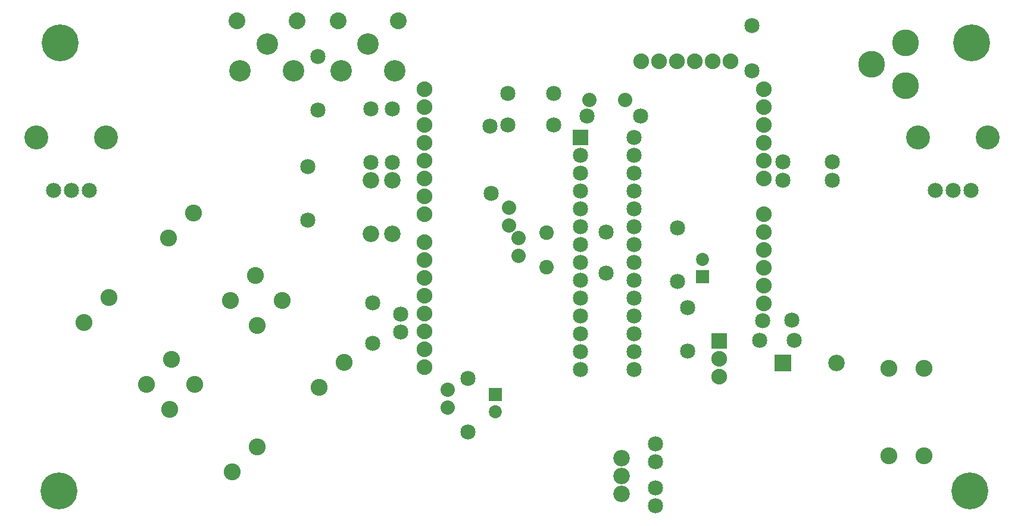
<source format=gts>
G04 MADE WITH FRITZING*
G04 WWW.FRITZING.ORG*
G04 DOUBLE SIDED*
G04 HOLES PLATED*
G04 CONTOUR ON CENTER OF CONTOUR VECTOR*
%ASAXBY*%
%FSLAX23Y23*%
%MOIN*%
%OFA0B0*%
%SFA1.0B1.0*%
%ADD10C,0.206851*%
%ADD11C,0.085000*%
%ADD12C,0.092000*%
%ADD13C,0.084667*%
%ADD14C,0.084695*%
%ADD15C,0.134033*%
%ADD16C,0.080000*%
%ADD17C,0.072992*%
%ADD18C,0.150000*%
%ADD19C,0.088000*%
%ADD20C,0.080925*%
%ADD21C,0.080866*%
%ADD22C,0.095000*%
%ADD23C,0.120551*%
%ADD24C,0.094000*%
%ADD25R,0.072992X0.072992*%
%ADD26R,0.088000X0.088000*%
%ADD27R,0.092000X0.092000*%
%ADD28R,0.085000X0.085000*%
%ADD29C,0.030000*%
%LNMASK1*%
G90*
G70*
G54D10*
X291Y2805D03*
X283Y293D03*
X5393Y2805D03*
X5385Y293D03*
G54D11*
X2039Y1120D03*
X2039Y1348D03*
G54D12*
X2149Y2033D03*
X2149Y1735D03*
X2031Y2033D03*
X2031Y1735D03*
G54D11*
X2031Y2435D03*
X2031Y2135D03*
X2149Y2435D03*
X2149Y2135D03*
X1677Y2112D03*
X1677Y1812D03*
X2196Y1285D03*
X2196Y1185D03*
X1732Y2427D03*
X1732Y2727D03*
G54D13*
X252Y1978D03*
X352Y1978D03*
G54D14*
X452Y1978D03*
G54D15*
X157Y2273D03*
X546Y2273D03*
G54D13*
X5189Y1978D03*
X5289Y1978D03*
G54D14*
X5389Y1978D03*
G54D15*
X5094Y2273D03*
X5483Y2273D03*
G54D11*
X4165Y2647D03*
X4165Y2899D03*
X4338Y2033D03*
X4614Y2033D03*
X4338Y2136D03*
X4614Y2136D03*
X3346Y1515D03*
X3346Y1745D03*
X4400Y1136D03*
X4207Y1136D03*
X2696Y2338D03*
X2703Y1960D03*
X3625Y310D03*
X3625Y210D03*
X3622Y458D03*
X3622Y558D03*
X3802Y1078D03*
X3802Y1319D03*
G54D16*
X2461Y760D03*
X2461Y860D03*
G54D17*
X2728Y835D03*
X2728Y737D03*
G54D11*
X2572Y924D03*
X2572Y624D03*
G54D17*
X3888Y1493D03*
X3888Y1591D03*
G54D11*
X3054Y2345D03*
X2798Y2345D03*
X3054Y2522D03*
X2798Y2522D03*
X3239Y2393D03*
X3539Y2393D03*
X3747Y1466D03*
X3747Y1766D03*
X4386Y1252D03*
X4222Y1247D03*
G54D18*
X5023Y2565D03*
X5023Y2805D03*
X4833Y2685D03*
G54D12*
X3433Y277D03*
X3433Y377D03*
X3433Y477D03*
G54D19*
X3981Y1134D03*
X3981Y1034D03*
X3981Y934D03*
G54D12*
X4338Y1010D03*
X4636Y1010D03*
G54D20*
X3015Y1740D03*
G54D21*
X3015Y1546D03*
G54D16*
X2804Y1782D03*
X2804Y1882D03*
X2857Y1609D03*
X2857Y1709D03*
X3252Y2484D03*
X3452Y2484D03*
G54D19*
X2331Y1686D03*
X2331Y1586D03*
X2331Y1486D03*
X2331Y1386D03*
X2331Y1286D03*
X2331Y1186D03*
X2331Y1086D03*
X2331Y986D03*
X2331Y2545D03*
X2331Y2445D03*
X2331Y2345D03*
X2331Y2245D03*
X2331Y2145D03*
X2331Y2045D03*
X2331Y1945D03*
X2331Y1845D03*
X4231Y1845D03*
X4231Y1745D03*
X4231Y1645D03*
X4231Y1545D03*
X4231Y1445D03*
X4231Y1345D03*
X4231Y2545D03*
X4231Y2445D03*
X4231Y2345D03*
X4231Y2245D03*
X4231Y2145D03*
X4231Y2045D03*
G54D11*
X3204Y2273D03*
X3504Y2273D03*
X3204Y2173D03*
X3504Y2173D03*
X3204Y2073D03*
X3504Y2073D03*
X3204Y1973D03*
X3504Y1973D03*
X3204Y1873D03*
X3504Y1873D03*
X3204Y1773D03*
X3504Y1773D03*
X3204Y1673D03*
X3504Y1673D03*
X3204Y1573D03*
X3504Y1573D03*
X3204Y1473D03*
X3504Y1473D03*
X3204Y1373D03*
X3504Y1373D03*
X3204Y1273D03*
X3504Y1273D03*
X3204Y1173D03*
X3504Y1173D03*
X3204Y1073D03*
X3504Y1073D03*
X3204Y973D03*
X3504Y973D03*
G54D19*
X4045Y2699D03*
X3945Y2699D03*
X3845Y2699D03*
X3745Y2699D03*
X3645Y2699D03*
X3545Y2699D03*
G54D22*
X1245Y1362D03*
X1384Y1502D03*
X1036Y1850D03*
X897Y1710D03*
X1245Y1362D03*
X1384Y1502D03*
X1036Y1850D03*
X897Y1710D03*
X773Y890D03*
X912Y1029D03*
X564Y1377D03*
X425Y1238D03*
X773Y890D03*
X912Y1029D03*
X564Y1377D03*
X425Y1238D03*
X1253Y402D03*
X1392Y541D03*
X1044Y889D03*
X905Y750D03*
X1253Y402D03*
X1392Y541D03*
X1044Y889D03*
X905Y750D03*
X1741Y874D03*
X1881Y1013D03*
X1533Y1361D03*
X1393Y1222D03*
X1741Y874D03*
X1881Y1013D03*
X1533Y1361D03*
X1393Y1222D03*
X4929Y490D03*
X5126Y490D03*
X5126Y982D03*
X4929Y982D03*
X4929Y490D03*
X5126Y490D03*
X5126Y982D03*
X4929Y982D03*
G54D23*
X2015Y2798D03*
X2165Y2647D03*
X1865Y2647D03*
G54D24*
X2183Y2928D03*
X1848Y2928D03*
G54D23*
X1449Y2798D03*
X1598Y2647D03*
X1298Y2647D03*
G54D24*
X1616Y2928D03*
X1281Y2928D03*
G54D25*
X2728Y835D03*
X3888Y1493D03*
G54D26*
X3981Y1134D03*
G54D27*
X4337Y1010D03*
G54D28*
X3204Y2273D03*
G54D29*
G36*
X2180Y2003D02*
X2118Y2003D01*
X2118Y2065D01*
X2180Y2065D01*
X2180Y2003D01*
G37*
D02*
G36*
X2062Y2003D02*
X2000Y2003D01*
X2000Y2065D01*
X2062Y2065D01*
X2062Y2003D01*
G37*
D02*
G36*
X3652Y282D02*
X3597Y282D01*
X3597Y337D01*
X3652Y337D01*
X3652Y282D01*
G37*
D02*
G36*
X3594Y486D02*
X3649Y486D01*
X3649Y431D01*
X3594Y431D01*
X3594Y486D01*
G37*
D02*
G36*
X3402Y308D02*
X3464Y308D01*
X3464Y246D01*
X3402Y246D01*
X3402Y308D01*
G37*
D02*
G04 End of Mask1*
M02*
</source>
